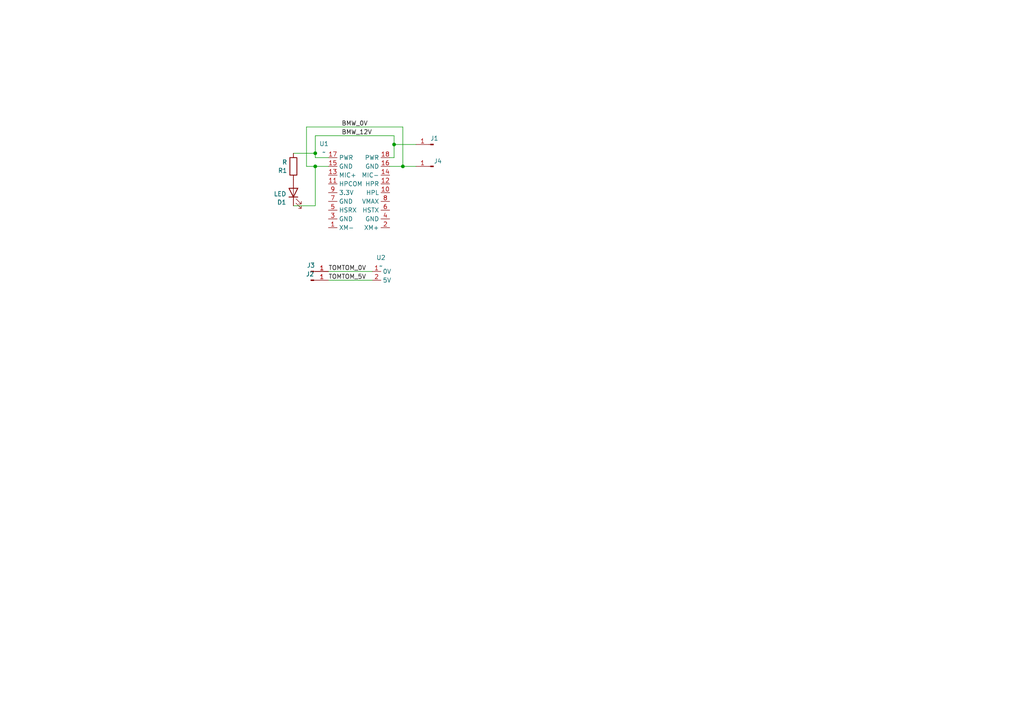
<source format=kicad_sch>
(kicad_sch (version 20250114) (generator "eeschema") (generator_version "9.0")
  (paper "A4")
  (lib_symbols
    (symbol "Connector:Conn_01x01_Pin" (pin_names (offset 1.016) (hide yes))
      (property "Reference" "J" (at 0 2.54 0))
      (property "Value" "Conn_01x01_Pin" (at 0 -2.54 0))
      (symbol "Conn_01x01_Pin_1_1"
        (rectangle (start 0.8636 0.127) (end 0 -0.127) (stroke (width 0.1524)) (fill (type outline)))
        (polyline (pts (xy 1.27 0) (xy 0.8636 0)) (stroke (width 0.1524)))
        (pin passive line (at 5.08 0 180) (length 3.81) (name "Pin_1") (number "1"))
      )
    )
    (symbol "CustomLibrary:BMWNavConnector"
      (property "Reference" "U" (at -6.858 -0.254 0))
      (symbol "BMWNavConnector_1_1"
        (pin free line (at 0 20.32 0) (length 2.54) (name "PWR") (number "17"))
        (pin free line (at 0 17.78 0) (length 2.54) (name "GND") (number "15"))
        (pin free line (at 0 15.24 0) (length 2.54) (name "MIC+") (number "13"))
        (pin free line (at 0 12.7 0) (length 2.54) (name "HPCOM") (number "11"))
        (pin free line (at 0 10.16 0) (length 2.54) (name "3.3V") (number "9"))
        (pin free line (at 0 7.62 0) (length 2.54) (name "GND") (number "7"))
        (pin free line (at 0 5.08 0) (length 2.54) (name "HSRX") (number "5"))
        (pin free line (at 0 2.54 0) (length 2.54) (name "GND") (number "3"))
        (pin free line (at 0 0 0) (length 2.54) (name "XM-") (number "1"))
        (pin free line (at 17.78 20.32 180) (length 2.54) (name "PWR") (number "18"))
        (pin free line (at 17.78 17.78 180) (length 2.54) (name "GND") (number "16"))
        (pin free line (at 17.78 15.24 180) (length 2.54) (name "MIC-") (number "14"))
        (pin free line (at 17.78 12.7 180) (length 2.54) (name "HPR") (number "12"))
        (pin free line (at 17.78 10.16 180) (length 2.54) (name "HPL") (number "10"))
        (pin free line (at 17.78 7.62 180) (length 2.54) (name "VMAX") (number "8"))
        (pin free line (at 17.78 5.08 180) (length 2.54) (name "HSTX") (number "6"))
        (pin free line (at 17.78 2.54 180) (length 2.54) (name "GND") (number "4"))
        (pin free line (at 17.78 0 180) (length 2.54) (name "XM+") (number "2"))
      )
    )
    (symbol "CustomLibrary:TomTomPogoPads"
      (property "Reference" "U" (at -4.572 3.556 0))
      (symbol "TomTomPogoPads_1_1"
        (pin free line (at 0 0 180) (length 2.54) (name "0V") (number "1"))
        (pin free line (at 0 -2.54 180) (length 2.54) (name "5V") (number "2"))
      )
    )
    (symbol "Device:LED" (pin_numbers (hide yes)) (pin_names (offset 1.016) (hide yes))
      (property "Reference" "D" (at 0 2.54 0))
      (property "Value" "LED" (at 0 -2.54 0))
      (symbol "LED_0_1"
        (polyline (pts (xy -3.048 -0.762) (xy -4.572 -2.286) (xy -3.81 -2.286) (xy -4.572 -2.286) (xy -4.572 -1.524)))
        (polyline (pts (xy -1.778 -0.762) (xy -3.302 -2.286) (xy -2.54 -2.286) (xy -3.302 -2.286) (xy -3.302 -1.524)))
        (polyline (pts (xy -1.27 0) (xy 1.27 0)))
        (polyline (pts (xy -1.27 -1.27) (xy -1.27 1.27)) (stroke (width 0.254)))
        (polyline (pts (xy 1.27 -1.27) (xy 1.27 1.27) (xy -1.27 0) (xy 1.27 -1.27)) (stroke (width 0.254)))
      )
      (symbol "LED_1_1"
        (pin passive line (at -3.81 0 0) (length 2.54) (name "K") (number "1"))
        (pin passive line (at 3.81 0 180) (length 2.54) (name "A") (number "2"))
      )
    )
    (symbol "Device:R" (pin_numbers (hide yes)) (pin_names (offset 0))
      (property "Reference" "R" (at 2.032 0 90))
      (property "Value" "R" (at 0 0 90))
      (symbol "R_0_1"
        (rectangle (start -1.016 -2.54) (end 1.016 2.54) (stroke (width 0.254)))
      )
      (symbol "R_1_1"
        (pin passive line (at 0 3.81 270) (length 1.27) (name "~") (number "1"))
        (pin passive line (at 0 -3.81 90) (length 1.27) (name "~") (number "2"))
      )
    )
  )
  (junction (at 116.84 48.26))
  (junction (at 91.44 48.26))
  (junction (at 114.3 41.91))
  (junction (at 91.44 44.45))
  (wire (pts (xy 91.44 39.37) (xy 91.44 44.45)))
  (wire (pts (xy 116.84 36.83) (xy 88.9 36.83)))
  (wire (pts (xy 91.44 39.37) (xy 114.3 39.37)))
  (wire (pts (xy 91.44 48.26) (xy 95.25 48.26)))
  (wire (pts (xy 114.3 45.72) (xy 113.03 45.72)))
  (wire (pts (xy 116.84 48.26) (xy 116.84 36.83)))
  (wire (pts (xy 113.03 48.26) (xy 116.84 48.26)))
  (wire (pts (xy 116.84 48.26) (xy 120.65 48.26)))
  (wire (pts (xy 85.09 59.69) (xy 91.44 59.69)))
  (wire (pts (xy 95.25 78.74) (xy 107.95 78.74)))
  (wire (pts (xy 88.9 48.26) (xy 91.44 48.26)))
  (wire (pts (xy 114.3 45.72) (xy 114.3 41.91)))
  (wire (pts (xy 88.9 36.83) (xy 88.9 48.26)))
  (wire (pts (xy 91.44 45.72) (xy 95.25 45.72)))
  (wire (pts (xy 85.09 44.45) (xy 91.44 44.45)))
  (wire (pts (xy 95.25 81.28) (xy 107.95 81.28)))
  (wire (pts (xy 114.3 41.91) (xy 120.65 41.91)))
  (wire (pts (xy 114.3 39.37) (xy 114.3 41.91)))
  (wire (pts (xy 91.44 59.69) (xy 91.44 48.26)))
  (wire (pts (xy 91.44 44.45) (xy 91.44 45.72)))
  (label "BMW_12V" (at 99.06 39.37 0))
  (label "TOMTOM_0V" (at 95.25 78.74 0))
  (label "TOMTOM_5V" (at 95.25 81.28 0))
  (label "BMW_0V" (at 99.06 36.83 0))
  (symbol (lib_id "CustomLibrary:TomTomPogoPads") (at 107.95 78.74 0) (mirror y) (unit 1)
    (property "Reference" "U2" (at 110.49 74.7225 0))
    (property "Value" "~" (at 110.49 77.1468 0))
    (property "Footprint" "CustomLibraryFootprints:TomTomPogoPins" (effects (hide yes)))
  )
  (symbol (lib_id "Connector:Conn_01x01_Pin") (at 90.17 81.28 0) (unit 1)
    (property "Reference" "J2" (at 89.916 79.502 0))
    (property "Value" "Conn_01x01_Pin" (effects (hide yes)))
    (property "Footprint" "CustomLibraryFootprints:Wire Solder Pad" (effects (hide yes)))
    (property "Description" "Generic connector, single row, 01x01, script generated" (effects (hide yes)))
  )
  (symbol (lib_id "Device:LED") (at 85.09 55.88 90) (unit 1)
    (property "Reference" "D1" (at 83.058 58.6797 90) (effects (justify left)))
    (property "Value" "LED" (at 83.058 56.2554 90) (effects (justify left)))
    (property "Footprint" "LED_SMD:LED_1206_3216Metric_Pad1.42x1.75mm_HandSolder" (effects (hide yes)))
    (property "Description" "Light emitting diode" (effects (hide yes)))
    (property "Sim.Pins" "1=K 2=A" (effects (hide yes)))
  )
  (symbol (lib_id "Connector:Conn_01x01_Pin") (at 90.17 78.74 0) (unit 1)
    (property "Reference" "J3" (at 90.17 76.962 0))
    (property "Value" "Conn_01x01_Pin" (effects (hide yes)))
    (property "Footprint" "CustomLibraryFootprints:Wire Solder Pad" (effects (hide yes)))
    (property "Description" "Generic connector, single row, 01x01, script generated" (effects (hide yes)))
  )
  (symbol (lib_id "Device:R") (at 85.09 48.26 180) (unit 1)
    (property "Reference" "R1" (at 83.312 49.4722 0) (effects (justify left)))
    (property "Value" "R" (at 83.312 47.0479 0) (effects (justify left)))
    (property "Footprint" "Resistor_SMD:R_0805_2012Metric_Pad1.20x1.40mm_HandSolder" (effects (hide yes)))
    (property "Description" "Resistor" (effects (hide yes)))
  )
  (symbol (lib_id "CustomLibrary:BMWNavConnector") (at 95.25 66.04 0) (unit 1)
    (property "Reference" "U1" (at 93.98 41.7025 0))
    (property "Value" "~" (at 93.98 44.1268 0))
    (property "Footprint" "CustomLibraryFootprints:BMWNavConnector" (effects (hide yes)))
  )
  (symbol (lib_id "Connector:Conn_01x01_Pin") (at 125.73 48.26 0) (mirror y) (unit 1)
    (property "Reference" "J4" (at 127 46.736 0))
    (property "Value" "Conn_01x01_Pin" (effects (hide yes)))
    (property "Footprint" "CustomLibraryFootprints:Wire Solder Pad" (effects (hide yes)))
    (property "Description" "Generic connector, single row, 01x01, script generated" (effects (hide yes)))
  )
  (symbol (lib_id "Connector:Conn_01x01_Pin") (at 125.73 41.91 0) (mirror y) (unit 1)
    (property "Reference" "J1" (at 125.984 40.132 0))
    (property "Value" "Conn_01x01_Pin" (effects (hide yes)))
    (property "Footprint" "CustomLibraryFootprints:Wire Solder Pad" (effects (hide yes)))
    (property "Description" "Generic connector, single row, 01x01, script generated" (effects (hide yes)))
  )
)
</source>
